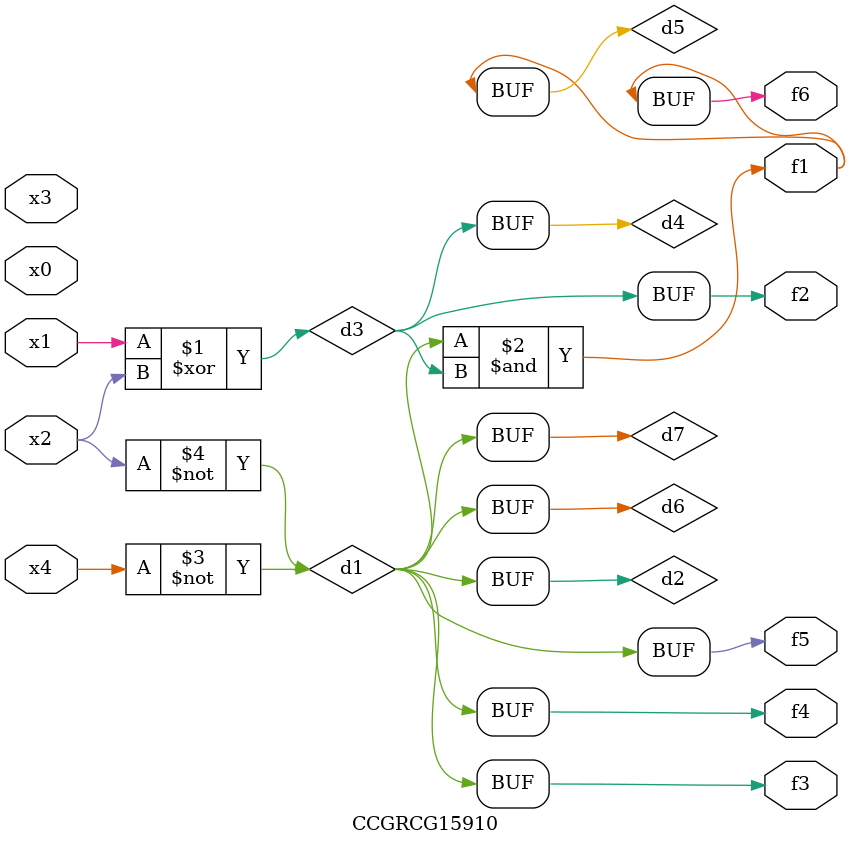
<source format=v>
module CCGRCG15910(
	input x0, x1, x2, x3, x4,
	output f1, f2, f3, f4, f5, f6
);

	wire d1, d2, d3, d4, d5, d6, d7;

	not (d1, x4);
	not (d2, x2);
	xor (d3, x1, x2);
	buf (d4, d3);
	and (d5, d1, d3);
	buf (d6, d1, d2);
	buf (d7, d2);
	assign f1 = d5;
	assign f2 = d4;
	assign f3 = d7;
	assign f4 = d7;
	assign f5 = d7;
	assign f6 = d5;
endmodule

</source>
